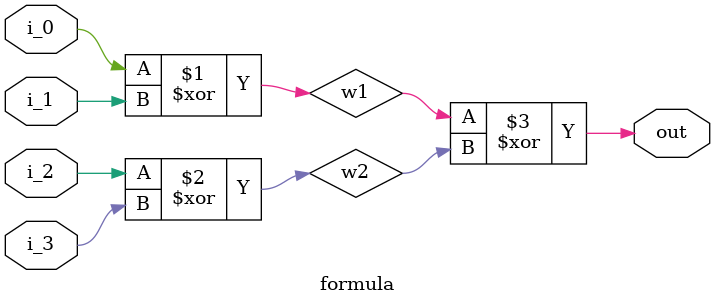
<source format=v>

module formula ( i_0,i_1, i_2, i_3,out);
input i_0, i_1, i_2, i_3;
output out;
wire w1, w2;
assign w1 = i_0 ^ i_1;
assign w2 = i_2 ^ i_3;
assign out = w1 ^ w2;
endmodule

</source>
